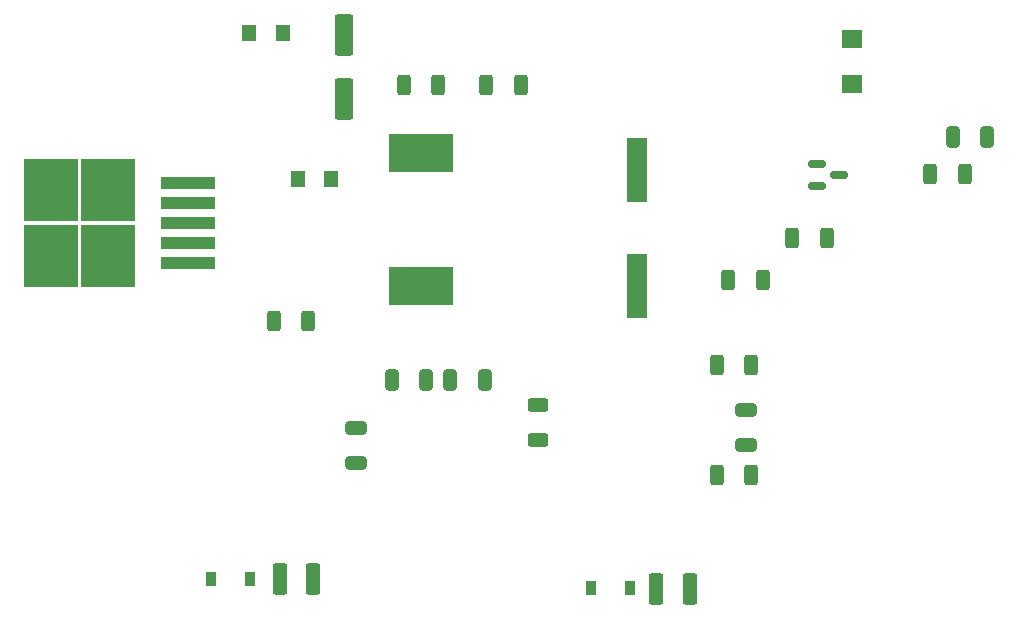
<source format=gbr>
%TF.GenerationSoftware,KiCad,Pcbnew,(6.0.2)*%
%TF.CreationDate,2022-05-29T08:20:39+05:30*%
%TF.ProjectId,AIO,41494f2e-6b69-4636-9164-5f7063625858,rev?*%
%TF.SameCoordinates,Original*%
%TF.FileFunction,Paste,Bot*%
%TF.FilePolarity,Positive*%
%FSLAX46Y46*%
G04 Gerber Fmt 4.6, Leading zero omitted, Abs format (unit mm)*
G04 Created by KiCad (PCBNEW (6.0.2)) date 2022-05-29 08:20:39*
%MOMM*%
%LPD*%
G01*
G04 APERTURE LIST*
G04 Aperture macros list*
%AMRoundRect*
0 Rectangle with rounded corners*
0 $1 Rounding radius*
0 $2 $3 $4 $5 $6 $7 $8 $9 X,Y pos of 4 corners*
0 Add a 4 corners polygon primitive as box body*
4,1,4,$2,$3,$4,$5,$6,$7,$8,$9,$2,$3,0*
0 Add four circle primitives for the rounded corners*
1,1,$1+$1,$2,$3*
1,1,$1+$1,$4,$5*
1,1,$1+$1,$6,$7*
1,1,$1+$1,$8,$9*
0 Add four rect primitives between the rounded corners*
20,1,$1+$1,$2,$3,$4,$5,0*
20,1,$1+$1,$4,$5,$6,$7,0*
20,1,$1+$1,$6,$7,$8,$9,0*
20,1,$1+$1,$8,$9,$2,$3,0*%
G04 Aperture macros list end*
%ADD10RoundRect,0.250000X-0.375000X-1.075000X0.375000X-1.075000X0.375000X1.075000X-0.375000X1.075000X0*%
%ADD11R,1.200000X1.400000*%
%ADD12RoundRect,0.250000X0.325000X0.650000X-0.325000X0.650000X-0.325000X-0.650000X0.325000X-0.650000X0*%
%ADD13RoundRect,0.250000X-0.325000X-0.650000X0.325000X-0.650000X0.325000X0.650000X-0.325000X0.650000X0*%
%ADD14RoundRect,0.150000X-0.587500X-0.150000X0.587500X-0.150000X0.587500X0.150000X-0.587500X0.150000X0*%
%ADD15R,4.550000X5.250000*%
%ADD16R,4.600000X1.100000*%
%ADD17RoundRect,0.250000X-0.312500X-0.625000X0.312500X-0.625000X0.312500X0.625000X-0.312500X0.625000X0*%
%ADD18RoundRect,0.250000X-0.625000X0.312500X-0.625000X-0.312500X0.625000X-0.312500X0.625000X0.312500X0*%
%ADD19RoundRect,0.250000X-0.650000X0.325000X-0.650000X-0.325000X0.650000X-0.325000X0.650000X0.325000X0*%
%ADD20R,1.800000X5.400000*%
%ADD21RoundRect,0.250000X0.312500X0.625000X-0.312500X0.625000X-0.312500X-0.625000X0.312500X-0.625000X0*%
%ADD22RoundRect,0.250000X-0.550000X1.500000X-0.550000X-1.500000X0.550000X-1.500000X0.550000X1.500000X0*%
%ADD23R,0.900000X1.200000*%
%ADD24R,1.800000X1.600000*%
%ADD25R,5.500000X3.250000*%
G04 APERTURE END LIST*
D10*
%TO.C,F2*%
X133600000Y-131800000D03*
X136400000Y-131800000D03*
%TD*%
D11*
%TO.C,D2*%
X135075000Y-98000000D03*
X137925000Y-98000000D03*
%TD*%
D12*
%TO.C,C6*%
X150950000Y-115000000D03*
X148000000Y-115000000D03*
%TD*%
D13*
%TO.C,C7*%
X143025000Y-115000000D03*
X145975000Y-115000000D03*
%TD*%
D10*
%TO.C,F1*%
X165450000Y-132650000D03*
X168250000Y-132650000D03*
%TD*%
D14*
%TO.C,Q1*%
X179012500Y-98600000D03*
X179012500Y-96700000D03*
X180887500Y-97650000D03*
%TD*%
D13*
%TO.C,C3*%
X190525000Y-94400000D03*
X193475000Y-94400000D03*
%TD*%
D15*
%TO.C,U1*%
X119050000Y-98925000D03*
X114200000Y-98925000D03*
X114200000Y-104475000D03*
X119050000Y-104475000D03*
D16*
X125775000Y-98300000D03*
X125775000Y-100000000D03*
X125775000Y-101700000D03*
X125775000Y-103400000D03*
X125775000Y-105100000D03*
%TD*%
D17*
%TO.C,R3*%
X188637500Y-97575000D03*
X191562500Y-97575000D03*
%TD*%
%TO.C,R5*%
X170537500Y-113700000D03*
X173462500Y-113700000D03*
%TD*%
D18*
%TO.C,R17*%
X155400000Y-117137500D03*
X155400000Y-120062500D03*
%TD*%
D17*
%TO.C,R1*%
X144037500Y-90000000D03*
X146962500Y-90000000D03*
%TD*%
D19*
%TO.C,C5*%
X173000000Y-117525000D03*
X173000000Y-120475000D03*
%TD*%
D20*
%TO.C,C2*%
X163800000Y-107000000D03*
X163800000Y-97200000D03*
%TD*%
D21*
%TO.C,R4*%
X179862500Y-103000000D03*
X176937500Y-103000000D03*
%TD*%
D19*
%TO.C,C4*%
X140000000Y-119025000D03*
X140000000Y-121975000D03*
%TD*%
D21*
%TO.C,R2*%
X153962500Y-90000000D03*
X151037500Y-90000000D03*
%TD*%
%TO.C,R16*%
X135962500Y-110000000D03*
X133037500Y-110000000D03*
%TD*%
D22*
%TO.C,C1*%
X139000000Y-85800000D03*
X139000000Y-91200000D03*
%TD*%
D11*
%TO.C,D3*%
X133825000Y-85600000D03*
X130975000Y-85600000D03*
%TD*%
D23*
%TO.C,D1*%
X163250000Y-132600000D03*
X159950000Y-132600000D03*
%TD*%
D21*
%TO.C,R18*%
X174462500Y-106500000D03*
X171537500Y-106500000D03*
%TD*%
D24*
%TO.C,D6*%
X182000000Y-89900000D03*
X182000000Y-86100000D03*
%TD*%
D23*
%TO.C,D8*%
X131000000Y-131800000D03*
X127700000Y-131800000D03*
%TD*%
D25*
%TO.C,L1*%
X145500000Y-95775000D03*
X145500000Y-107025000D03*
%TD*%
D21*
%TO.C,R7*%
X173462500Y-123000000D03*
X170537500Y-123000000D03*
%TD*%
M02*

</source>
